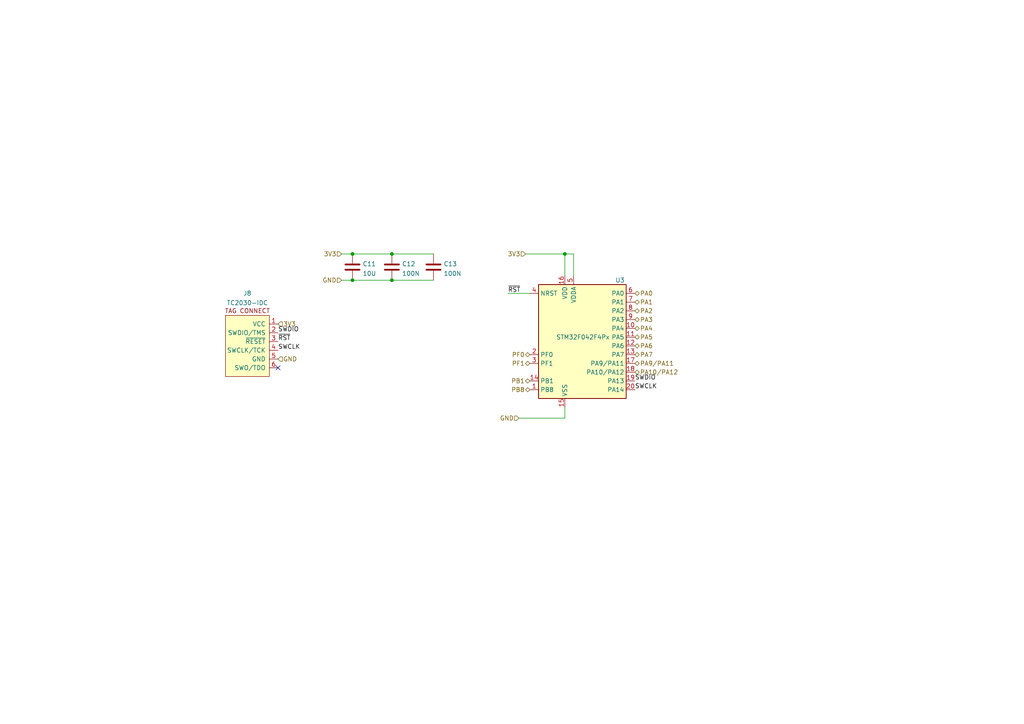
<source format=kicad_sch>
(kicad_sch (version 20211123) (generator eeschema)
  (paper "A4")
  (lib_symbols
    (symbol "Device:C" (pin_numbers hide) (pin_names (offset 0.254))
      (property "Reference" "C" (at 0.635 2.54 0))
      (property "Value" "C" (at 0.635 -2.54 0))
      (symbol "C_0_1"
        (polyline (pts (xy -2.032 -0.762) (xy 2.032 -0.762)) (stroke (width 0.508)))
        (polyline (pts (xy -2.032 0.762) (xy 2.032 0.762)) (stroke (width 0.508)))
      )
      (symbol "C_1_1"
        (pin passive line (at 0 3.81 270) (length 2.794) (name "~") (number "1"))
        (pin passive line (at 0 -3.81 90) (length 2.794) (name "~") (number "2"))
      )
    )
    (symbol "MCU_ST_STM32F0:STM32F042F4Px"
      (property "Reference" "U" (at -12.7 16.51 0))
      (property "Value" "STM32F042F4Px" (at 0 16.51 0))
      (symbol "STM32F042F4Px_0_1"
        (rectangle (start -12.7 -17.78) (end 12.7 15.24) (stroke (width 0.254)) (fill (type background)))
      )
      (symbol "STM32F042F4Px_1_1"
        (pin bidirectional line (at -15.24 -15.24 0) (length 2.54) (name "PB8") (number "1"))
        (pin bidirectional line (at 15.24 2.54 180) (length 2.54) (name "PA4") (number "10"))
        (pin bidirectional line (at 15.24 0 180) (length 2.54) (name "PA5") (number "11"))
        (pin bidirectional line (at 15.24 -2.54 180) (length 2.54) (name "PA6") (number "12"))
        (pin bidirectional line (at 15.24 -5.08 180) (length 2.54) (name "PA7") (number "13"))
        (pin bidirectional line (at -15.24 -12.7 0) (length 2.54) (name "PB1") (number "14"))
        (pin power_in line (at -5.08 -20.32 90) (length 2.54) (name "VSS") (number "15"))
        (pin power_in line (at -5.08 17.78 270) (length 2.54) (name "VDD") (number "16"))
        (pin bidirectional line (at 15.24 -7.62 180) (length 2.54) (name "PA9/PA11") (number "17"))
        (pin bidirectional line (at 15.24 -10.16 180) (length 2.54) (name "PA10/PA12") (number "18"))
        (pin bidirectional line (at 15.24 -12.7 180) (length 2.54) (name "PA13") (number "19"))
        (pin input line (at -15.24 -5.08 0) (length 2.54) (name "PF0") (number "2"))
        (pin bidirectional line (at 15.24 -15.24 180) (length 2.54) (name "PA14") (number "20"))
        (pin input line (at -15.24 -7.62 0) (length 2.54) (name "PF1") (number "3"))
        (pin input line (at -15.24 12.7 0) (length 2.54) (name "NRST") (number "4"))
        (pin power_in line (at -2.54 17.78 270) (length 2.54) (name "VDDA") (number "5"))
        (pin bidirectional line (at 15.24 12.7 180) (length 2.54) (name "PA0") (number "6"))
        (pin bidirectional line (at 15.24 10.16 180) (length 2.54) (name "PA1") (number "7"))
        (pin bidirectional line (at 15.24 7.62 180) (length 2.54) (name "PA2") (number "8"))
        (pin bidirectional line (at 15.24 5.08 180) (length 2.54) (name "PA3") (number "9"))
      )
    )
    (symbol "william_connectors:TC2030-IDC" (pin_names (offset 1.016))
      (property "Reference" "J" (at 10.16 -8.89 0))
      (property "Value" "TC2030-IDC" (at 1.27 -10.16 0))
      (symbol "TC2030-IDC_0_0"
        (text "TAG CONNECT" (at 1.27 10.16 0) (effects (font (size 1.27 1.27))))
      )
      (symbol "TC2030-IDC_0_1"
        (rectangle (start -5.08 -8.89) (end 7.62 8.89) (fill (type background)))
      )
      (symbol "TC2030-IDC_1_1"
        (pin power_in line (at -7.62 6.35 0) (length 2.54) (name "VCC") (number "1"))
        (pin bidirectional line (at -7.62 3.81 0) (length 2.54) (name "SWDIO/TMS") (number "2"))
        (pin output line (at -7.62 1.27 0) (length 2.54) (name "~{RESET}") (number "3"))
        (pin output line (at -7.62 -1.27 0) (length 2.54) (name "SWCLK/TCK") (number "4"))
        (pin power_in line (at -7.62 -3.81 0) (length 2.54) (name "GND") (number "5"))
        (pin input line (at -7.62 -6.35 0) (length 2.54) (name "SWO/TDO") (number "6"))
      )
    )
  )
  (junction (at 163.83 73.66))
  (junction (at 102.235 73.66))
  (junction (at 113.665 81.28))
  (junction (at 102.235 81.28))
  (junction (at 113.665 73.66))
  (no_connect (at 80.645 106.68))
  (wire (pts (xy 152.4 73.66) (xy 163.83 73.66)))
  (wire (pts (xy 147.32 85.09) (xy 153.67 85.09)))
  (wire (pts (xy 150.495 121.285) (xy 163.83 121.285)))
  (wire (pts (xy 113.665 73.66) (xy 102.235 73.66)))
  (wire (pts (xy 163.83 73.66) (xy 166.37 73.66)))
  (wire (pts (xy 166.37 73.66) (xy 166.37 80.01)))
  (wire (pts (xy 102.235 73.66) (xy 99.06 73.66)))
  (wire (pts (xy 102.235 81.28) (xy 113.665 81.28)))
  (wire (pts (xy 163.83 73.66) (xy 163.83 80.01)))
  (wire (pts (xy 125.73 73.66) (xy 113.665 73.66)))
  (wire (pts (xy 99.06 81.28) (xy 102.235 81.28)))
  (wire (pts (xy 163.83 121.285) (xy 163.83 118.11)))
  (wire (pts (xy 113.665 81.28) (xy 125.73 81.28)))
  (label "SWCLK" (at 80.645 101.6 0))
  (label "SWDIO" (at 184.15 110.49 0))
  (label "~{RST}" (at 80.645 99.06 0))
  (label "SWCLK" (at 184.15 113.03 0))
  (label "~{RST}" (at 147.32 85.09 0))
  (label "SWDIO" (at 80.645 96.52 0))
  (hierarchical_label "GND" (shape input) (at 80.645 104.14 0))
  (hierarchical_label "PF0" (shape tri_state) (at 153.67 102.87 180))
  (hierarchical_label "PA10{slash}PA12" (shape tri_state) (at 184.15 107.95 0))
  (hierarchical_label "PA7" (shape tri_state) (at 184.15 102.87 0))
  (hierarchical_label "PA0" (shape tri_state) (at 184.15 85.09 0))
  (hierarchical_label "GND" (shape input) (at 99.06 81.28 180))
  (hierarchical_label "PA4" (shape tri_state) (at 184.15 95.25 0))
  (hierarchical_label "PA2" (shape tri_state) (at 184.15 90.17 0))
  (hierarchical_label "PA1" (shape tri_state) (at 184.15 87.63 0))
  (hierarchical_label "PB8" (shape tri_state) (at 153.67 113.03 180))
  (hierarchical_label "PA9{slash}PA11" (shape tri_state) (at 184.15 105.41 0))
  (hierarchical_label "3V3" (shape input) (at 80.645 93.98 0))
  (hierarchical_label "PB1" (shape tri_state) (at 153.67 110.49 180))
  (hierarchical_label "PF1" (shape tri_state) (at 153.67 105.41 180))
  (hierarchical_label "3V3" (shape input) (at 99.06 73.66 180))
  (hierarchical_label "PA5" (shape tri_state) (at 184.15 97.79 0))
  (hierarchical_label "GND" (shape input) (at 150.495 121.285 180))
  (hierarchical_label "PA3" (shape tri_state) (at 184.15 92.71 0))
  (hierarchical_label "3V3" (shape input) (at 152.4 73.66 180))
  (hierarchical_label "PA6" (shape tri_state) (at 184.15 100.33 0))
  (symbol (lib_id "Device:C") (at 102.235 77.47 0) (unit 1)
    (property "Reference" "C11" (at 105.156 76.5615 0) (effects (justify left)))
    (property "Value" "10U" (at 105.156 79.3366 0) (effects (justify left)))
    (property "Footprint" "Capacitor_SMD:C_0805_2012Metric" (effects hide))
  )
  (symbol (lib_id "MCU_ST_STM32F0:STM32F042F4Px") (at 168.91 97.79 0) (unit 1)
    (property "Reference" "U3" (at 178.435 81.28 0) (effects (justify left)))
    (property "Value" "STM32F042F4Px" (at 161.29 97.79 0) (effects (justify left)))
    (property "Footprint" "Package_SO:TSSOP-20_4.4x6.5mm_P0.65mm" (effects hide))
    (property "Datasheet" "http://www.st.com/st-web-ui/static/active/en/resource/technical/document/datasheet/DM00105814.pdf" (effects hide))
  )
  (symbol (lib_id "Device:C") (at 125.73 77.47 0) (unit 1)
    (property "Reference" "C13" (at 128.651 76.5615 0) (effects (justify left)))
    (property "Value" "100N" (at 128.651 79.3366 0) (effects (justify left)))
    (property "Footprint" "Capacitor_SMD:C_0603_1608Metric" (effects hide))
  )
  (symbol (lib_id "Device:C") (at 113.665 77.47 0) (unit 1)
    (property "Reference" "C12" (at 116.586 76.5615 0) (effects (justify left)))
    (property "Value" "100N" (at 116.586 79.3366 0) (effects (justify left)))
    (property "Footprint" "Capacitor_SMD:C_0603_1608Metric" (effects hide))
  )
  (symbol (lib_id "william_connectors:TC2030-IDC") (at 73.025 100.33 0) (mirror y) (unit 1)
    (property "Reference" "J8" (at 71.7549 85.0699 0))
    (property "Value" "TC2030-IDC" (at 71.7549 87.845 0))
    (property "Footprint" "Connector:Tag-Connect_TC2030-IDC-FP_2x03_P1.27mm_Vertical" (effects hide))
    (property "Datasheet" "http://www.tag-connect.com/Materials/TC2030-IDC.pdf" (effects hide))
  )
)
</source>
